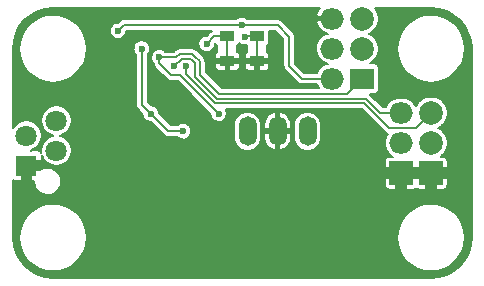
<source format=gbr>
G04 #@! TF.FileFunction,Copper,L2,Bot,Signal*
%FSLAX46Y46*%
G04 Gerber Fmt 4.6, Leading zero omitted, Abs format (unit mm)*
G04 Created by KiCad (PCBNEW (2015-08-26 BZR 6129, Git 2e41367)-product) date 9/23/2019 12:40:43 AM*
%MOMM*%
G01*
G04 APERTURE LIST*
%ADD10C,0.100000*%
%ADD11R,2.000000X1.800000*%
%ADD12O,2.000000X1.800000*%
%ADD13C,2.000000*%
%ADD14R,2.000000X2.000000*%
%ADD15O,1.500000X2.500000*%
%ADD16R,1.800000X1.800000*%
%ADD17C,1.800000*%
%ADD18R,1.300000X0.900000*%
%ADD19R,0.200000X1.210000*%
%ADD20C,0.600000*%
%ADD21C,1.000000*%
%ADD22C,0.200000*%
%ADD23C,0.199000*%
G04 APERTURE END LIST*
D10*
D11*
X10160000Y5460000D03*
D12*
X7620000Y5460000D03*
D13*
X10160000Y8000000D03*
D12*
X7620000Y8000000D03*
D13*
X10160000Y10540000D03*
D12*
X7620000Y10540000D03*
D14*
X16000000Y-2540000D03*
X13460000Y-2540000D03*
D13*
X16000000Y0D03*
D12*
X13460000Y0D03*
D13*
X16000000Y2540000D03*
D12*
X13460000Y2540000D03*
D15*
X460000Y1000000D03*
X3000000Y1000000D03*
X5540000Y1000000D03*
D16*
X-18270000Y-1905000D03*
D17*
X-15730000Y-635000D03*
X-18270000Y635000D03*
X-15730000Y1905000D03*
D18*
X1250000Y6950000D03*
X1250000Y9050000D03*
D19*
X1250000Y8000000D03*
D18*
X-1250000Y6950000D03*
X-1250000Y9050000D03*
D19*
X-1250000Y8000000D03*
D20*
X-6000000Y-7500000D03*
X-10000000Y-9700000D03*
X-11300000Y-10700000D03*
X-10500000Y5500000D03*
X0Y5000000D03*
X3250000Y-2000000D03*
X9000000Y0D03*
X7750000Y-2000000D03*
D21*
X10250000Y-6000000D03*
X8250000Y-6000000D03*
X10250000Y-9000000D03*
X8250000Y-9000000D03*
D20*
X-3000000Y-7500000D03*
X-4500000Y-6000000D03*
X-4500000Y-9000000D03*
X-4700000Y-2100000D03*
X-6400000Y100000D03*
X-7000000Y-800000D03*
X-1500000Y-8250000D03*
X-1500000Y-6750000D03*
X-7000000Y-4600000D03*
X-5200000Y-4600000D03*
X-4500000Y-7500000D03*
X-5250000Y-6750000D03*
X-3750000Y-6750000D03*
X-3750000Y-8250000D03*
X-5250000Y-8250000D03*
X-10500000Y9500000D03*
X0Y10000000D03*
X-5000000Y1000000D03*
X-8500000Y8000000D03*
X-7750000Y2500000D03*
X-4750000Y6500000D03*
X-5750000Y6500000D03*
X-2000000Y2500000D03*
X-7000000Y7250000D03*
X200000Y9000000D03*
X-3000000Y8400000D03*
D22*
X-3750000Y-6750000D02*
X-3750000Y-8250000D01*
X0Y10000000D02*
X-10000000Y10000000D01*
X0Y10000000D02*
X3000000Y10000000D01*
X-10000000Y10000000D02*
X-10500000Y9500000D01*
X3000000Y10000000D02*
X4000000Y9000000D01*
X4000000Y9000000D02*
X4000000Y6500000D01*
X5040000Y5460000D02*
X7620000Y5460000D01*
X4000000Y6500000D02*
X5040000Y5460000D01*
X-5000000Y1000000D02*
X-6250000Y1000000D01*
X-6250000Y1000000D02*
X-7750000Y2500000D01*
X-8500000Y8000000D02*
X-8500000Y3250000D01*
X-8500000Y3250000D02*
X-7750000Y2500000D01*
X8250000Y3349998D02*
X-2284310Y3349998D01*
X-2284310Y3349998D02*
X-4750000Y5815688D01*
X14730000Y1270000D02*
X12414312Y1270000D01*
X12414312Y1270000D02*
X10334314Y3349998D01*
X10334314Y3349998D02*
X8250000Y3349998D01*
X16000000Y2540000D02*
X14730000Y1270000D01*
X-4750000Y5815688D02*
X-4750000Y6500000D01*
X9000000Y3750000D02*
X-2118624Y3750000D01*
X-2118624Y3750000D02*
X-4000000Y5631376D01*
X-4000000Y5631376D02*
X-4000000Y6750000D01*
X-5125000Y7125000D02*
X-4375000Y7125000D01*
X-4375000Y7125000D02*
X-4250000Y7000000D01*
X-4250000Y7000000D02*
X-4000000Y6750000D01*
X11710000Y2540000D02*
X13460000Y2540000D01*
X10500000Y3750000D02*
X11710000Y2540000D01*
X9000000Y3750000D02*
X10500000Y3750000D01*
X-5750000Y6500000D02*
X-5125000Y7125000D01*
X-4209314Y7525002D02*
X-5290686Y7525002D01*
X-5565688Y7250000D02*
X-7000000Y7250000D01*
X-5290686Y7525002D02*
X-5565688Y7250000D01*
X-7000000Y7250000D02*
X-7000000Y6750000D01*
X-7000000Y6750000D02*
X-6000000Y5750000D01*
X-6000000Y5750000D02*
X-5250000Y5750000D01*
X-5250000Y5750000D02*
X-2000000Y2500000D01*
X-3599998Y5797062D02*
X-3599998Y6915686D01*
X-3599998Y6915686D02*
X-3967156Y7282844D01*
X4250000Y4150002D02*
X-1952938Y4150002D01*
X-1952938Y4150002D02*
X-3599998Y5797062D01*
X-3599998Y5797062D02*
X-3599998Y6915686D01*
X4250000Y4150002D02*
X-1584314Y4150002D01*
X-3967156Y7282844D02*
X-4209314Y7525002D01*
X10160000Y5460000D02*
X8850002Y4150002D01*
X8850002Y4150002D02*
X4250000Y4150002D01*
X4250000Y4150002D02*
X-1584314Y4150002D01*
X1250000Y8000000D02*
X1250000Y9050000D01*
X1250000Y9050000D02*
X250000Y9050000D01*
X250000Y9050000D02*
X200000Y9000000D01*
X-1250000Y8000000D02*
X-1250000Y9050000D01*
X-3000000Y8400000D02*
X-2350000Y9050000D01*
X-2350000Y9050000D02*
X-1250000Y9050000D01*
D23*
G36*
X6441365Y11261252D02*
X6321381Y11036962D01*
X6268679Y10890566D01*
X6329853Y10690500D01*
X7469500Y10690500D01*
X7469500Y10710500D01*
X7770500Y10710500D01*
X7770500Y10690500D01*
X7790500Y10690500D01*
X7790500Y10389500D01*
X7770500Y10389500D01*
X7770500Y10369500D01*
X7469500Y10369500D01*
X7469500Y10389500D01*
X6329853Y10389500D01*
X6268679Y10189434D01*
X6321381Y10043038D01*
X6441365Y9818748D01*
X6602800Y9622175D01*
X6799483Y9460874D01*
X7023855Y9341043D01*
X7251724Y9272005D01*
X7018027Y9201448D01*
X6794096Y9082381D01*
X6597556Y8922087D01*
X6435894Y8726671D01*
X6315267Y8503577D01*
X6240270Y8261301D01*
X6213760Y8009072D01*
X6236746Y7756498D01*
X6308353Y7513199D01*
X6425853Y7288442D01*
X6584771Y7090787D01*
X6779053Y6927765D01*
X7001300Y6805584D01*
X7242259Y6729147D01*
X7018027Y6661448D01*
X6794096Y6542381D01*
X6597556Y6382087D01*
X6435894Y6186671D01*
X6315267Y5963577D01*
X6314005Y5959500D01*
X5246900Y5959500D01*
X4499500Y6706900D01*
X4499500Y9000000D01*
X4494998Y9045912D01*
X4490976Y9091883D01*
X4490243Y9094404D01*
X4489987Y9097020D01*
X4476647Y9141205D01*
X4463779Y9185498D01*
X4462570Y9187830D01*
X4461811Y9190345D01*
X4440168Y9231049D01*
X4418917Y9272047D01*
X4417275Y9274104D01*
X4416044Y9276419D01*
X4386899Y9312154D01*
X4358097Y9348234D01*
X4354494Y9351888D01*
X4354431Y9351965D01*
X4354360Y9352024D01*
X4353200Y9353200D01*
X3353200Y10353200D01*
X3317519Y10382509D01*
X3282201Y10412144D01*
X3279902Y10413408D01*
X3277870Y10415077D01*
X3237171Y10436899D01*
X3196774Y10459108D01*
X3194272Y10459902D01*
X3191955Y10461144D01*
X3147843Y10474630D01*
X3103852Y10488585D01*
X3101238Y10488878D01*
X3098730Y10489645D01*
X3052841Y10494306D01*
X3006974Y10499451D01*
X3001842Y10499487D01*
X3001744Y10499497D01*
X3001653Y10499488D01*
X3000000Y10499500D01*
X489825Y10499500D01*
X448036Y10541582D01*
X334309Y10618292D01*
X207849Y10671451D01*
X73471Y10699035D01*
X-63704Y10699992D01*
X-198454Y10674287D01*
X-325644Y10622899D01*
X-440430Y10547785D01*
X-489737Y10499500D01*
X-10000000Y10499500D01*
X-10045912Y10494998D01*
X-10091883Y10490976D01*
X-10094404Y10490243D01*
X-10097020Y10489987D01*
X-10141205Y10476647D01*
X-10185498Y10463779D01*
X-10187829Y10462570D01*
X-10190345Y10461811D01*
X-10231089Y10440147D01*
X-10272047Y10418916D01*
X-10274100Y10417277D01*
X-10276419Y10416044D01*
X-10312182Y10386877D01*
X-10348234Y10358097D01*
X-10351888Y10354494D01*
X-10351965Y10354431D01*
X-10352024Y10354360D01*
X-10353200Y10353200D01*
X-10506805Y10199595D01*
X-10563704Y10199992D01*
X-10698454Y10174287D01*
X-10825644Y10122899D01*
X-10940430Y10047785D01*
X-11038441Y9951806D01*
X-11115943Y9838617D01*
X-11169983Y9712531D01*
X-11198505Y9578350D01*
X-11200420Y9441184D01*
X-11175656Y9306259D01*
X-11125157Y9178713D01*
X-11050846Y9063405D01*
X-10955554Y8964726D01*
X-10842909Y8886436D01*
X-10717203Y8831517D01*
X-10583224Y8802059D01*
X-10446075Y8799187D01*
X-10310980Y8823007D01*
X-10183085Y8872615D01*
X-10067261Y8946119D01*
X-9967920Y9040720D01*
X-9888845Y9152816D01*
X-9833049Y9278135D01*
X-9802657Y9411905D01*
X-9801538Y9492062D01*
X-9793100Y9500500D01*
X-2561618Y9500500D01*
X-2581089Y9490147D01*
X-2622047Y9468916D01*
X-2624100Y9467277D01*
X-2626419Y9466044D01*
X-2662182Y9436877D01*
X-2698234Y9408097D01*
X-2701888Y9404494D01*
X-2701965Y9404431D01*
X-2702024Y9404360D01*
X-2703200Y9403200D01*
X-3006805Y9099595D01*
X-3063704Y9099992D01*
X-3198454Y9074287D01*
X-3325644Y9022899D01*
X-3440430Y8947785D01*
X-3538441Y8851806D01*
X-3615943Y8738617D01*
X-3669983Y8612531D01*
X-3698505Y8478350D01*
X-3700420Y8341184D01*
X-3675656Y8206259D01*
X-3625157Y8078713D01*
X-3550846Y7963405D01*
X-3455554Y7864726D01*
X-3342909Y7786436D01*
X-3217203Y7731517D01*
X-3083224Y7702059D01*
X-2946075Y7699187D01*
X-2810980Y7723007D01*
X-2683085Y7772615D01*
X-2567261Y7846119D01*
X-2467920Y7940720D01*
X-2388845Y8052816D01*
X-2333049Y8178135D01*
X-2302657Y8311905D01*
X-2301538Y8392062D01*
X-2263459Y8430141D01*
X-2262944Y8428477D01*
X-2200789Y8334154D01*
X-2114818Y8260881D01*
X-2099500Y8253976D01*
X-2099500Y7747173D01*
X-2154667Y7710312D01*
X-2210312Y7654666D01*
X-2254032Y7589234D01*
X-2284148Y7516530D01*
X-2299500Y7439347D01*
X-2299500Y7200375D01*
X-2199625Y7100500D01*
X-1617169Y7100500D01*
X-1564818Y7055881D01*
X-1461837Y7009460D01*
X-1350000Y6993567D01*
X-1150000Y6993567D01*
X-1086381Y6998640D01*
X-978477Y7032056D01*
X-884154Y7094211D01*
X-878794Y7100500D01*
X-300375Y7100500D01*
X-200500Y7200375D01*
X-200500Y7439347D01*
X-215852Y7516530D01*
X-245968Y7589234D01*
X-289688Y7654666D01*
X-345333Y7710312D01*
X-400500Y7747173D01*
X-400500Y8255492D01*
X-334154Y8299211D01*
X-260881Y8385182D01*
X-232308Y8448569D01*
X-142909Y8386436D01*
X-17203Y8331517D01*
X116776Y8302059D01*
X253925Y8299187D01*
X325442Y8311797D01*
X385182Y8260881D01*
X400500Y8253976D01*
X400500Y7747173D01*
X345333Y7710312D01*
X289688Y7654666D01*
X245968Y7589234D01*
X215852Y7516530D01*
X200500Y7439347D01*
X200500Y7200375D01*
X300375Y7100500D01*
X882831Y7100500D01*
X935182Y7055881D01*
X1038163Y7009460D01*
X1150000Y6993567D01*
X1350000Y6993567D01*
X1413619Y6998640D01*
X1521523Y7032056D01*
X1615846Y7094211D01*
X1621206Y7100500D01*
X2199625Y7100500D01*
X2299500Y7200375D01*
X2299500Y7439347D01*
X2284148Y7516530D01*
X2254032Y7589234D01*
X2210312Y7654666D01*
X2154667Y7710312D01*
X2099500Y7747173D01*
X2099500Y8255492D01*
X2165846Y8299211D01*
X2239119Y8385182D01*
X2285540Y8488163D01*
X2301433Y8600000D01*
X2301433Y9500000D01*
X2301393Y9500500D01*
X2793100Y9500500D01*
X3500500Y8793100D01*
X3500500Y6500000D01*
X3505001Y6454096D01*
X3509024Y6408116D01*
X3509757Y6405594D01*
X3510013Y6402980D01*
X3523349Y6358807D01*
X3536221Y6314502D01*
X3537430Y6312171D01*
X3538189Y6309655D01*
X3559853Y6268911D01*
X3581084Y6227953D01*
X3582723Y6225900D01*
X3583956Y6223581D01*
X3613123Y6187818D01*
X3641903Y6151766D01*
X3645506Y6148112D01*
X3645569Y6148035D01*
X3645640Y6147976D01*
X3646800Y6146800D01*
X4686800Y5106800D01*
X4722481Y5077491D01*
X4757799Y5047856D01*
X4760098Y5046592D01*
X4762130Y5044923D01*
X4802848Y5023090D01*
X4843226Y5000892D01*
X4845726Y5000099D01*
X4848044Y4998856D01*
X4892171Y4985366D01*
X4936148Y4971415D01*
X4938762Y4971122D01*
X4941270Y4970355D01*
X4987159Y4965694D01*
X5033026Y4960549D01*
X5038158Y4960513D01*
X5038256Y4960503D01*
X5038347Y4960512D01*
X5040000Y4960500D01*
X6314992Y4960500D01*
X6425853Y4748442D01*
X6505402Y4649502D01*
X-1746038Y4649502D01*
X-3100498Y6003962D01*
X-3100498Y6699625D01*
X-2299500Y6699625D01*
X-2299500Y6460653D01*
X-2284148Y6383470D01*
X-2254032Y6310766D01*
X-2210312Y6245334D01*
X-2154667Y6189688D01*
X-2089234Y6145968D01*
X-2016530Y6115853D01*
X-1939348Y6100500D01*
X-1500375Y6100500D01*
X-1400500Y6200375D01*
X-1400500Y6799500D01*
X-1099500Y6799500D01*
X-1099500Y6200375D01*
X-999625Y6100500D01*
X-560652Y6100500D01*
X-483470Y6115853D01*
X-410766Y6145968D01*
X-345333Y6189688D01*
X-289688Y6245334D01*
X-245968Y6310766D01*
X-215852Y6383470D01*
X-200500Y6460653D01*
X-200500Y6699625D01*
X200500Y6699625D01*
X200500Y6460653D01*
X215852Y6383470D01*
X245968Y6310766D01*
X289688Y6245334D01*
X345333Y6189688D01*
X410766Y6145968D01*
X483470Y6115853D01*
X560652Y6100500D01*
X999625Y6100500D01*
X1099500Y6200375D01*
X1099500Y6799500D01*
X1400500Y6799500D01*
X1400500Y6200375D01*
X1500375Y6100500D01*
X1939348Y6100500D01*
X2016530Y6115853D01*
X2089234Y6145968D01*
X2154667Y6189688D01*
X2210312Y6245334D01*
X2254032Y6310766D01*
X2284148Y6383470D01*
X2299500Y6460653D01*
X2299500Y6699625D01*
X2199625Y6799500D01*
X1400500Y6799500D01*
X1099500Y6799500D01*
X300375Y6799500D01*
X200500Y6699625D01*
X-200500Y6699625D01*
X-300375Y6799500D01*
X-1099500Y6799500D01*
X-1400500Y6799500D01*
X-2199625Y6799500D01*
X-2299500Y6699625D01*
X-3100498Y6699625D01*
X-3100498Y6915686D01*
X-3105000Y6961598D01*
X-3109022Y7007569D01*
X-3109755Y7010090D01*
X-3110011Y7012706D01*
X-3123351Y7056891D01*
X-3136219Y7101184D01*
X-3137428Y7103515D01*
X-3138187Y7106031D01*
X-3159851Y7146775D01*
X-3181082Y7187733D01*
X-3182721Y7189786D01*
X-3183954Y7192105D01*
X-3213121Y7227868D01*
X-3241901Y7263920D01*
X-3245504Y7267574D01*
X-3245567Y7267651D01*
X-3245638Y7267710D01*
X-3246798Y7268886D01*
X-3856114Y7878202D01*
X-3891795Y7907511D01*
X-3927113Y7937146D01*
X-3929412Y7938410D01*
X-3931444Y7940079D01*
X-3972143Y7961901D01*
X-4012540Y7984110D01*
X-4015042Y7984904D01*
X-4017359Y7986146D01*
X-4061471Y7999632D01*
X-4105462Y8013587D01*
X-4108076Y8013880D01*
X-4110584Y8014647D01*
X-4156473Y8019308D01*
X-4202340Y8024453D01*
X-4207472Y8024489D01*
X-4207570Y8024499D01*
X-4207661Y8024490D01*
X-4209314Y8024502D01*
X-5290686Y8024502D01*
X-5336598Y8020000D01*
X-5382569Y8015978D01*
X-5385090Y8015245D01*
X-5387706Y8014989D01*
X-5431891Y8001649D01*
X-5476184Y7988781D01*
X-5478516Y7987572D01*
X-5481031Y7986813D01*
X-5521735Y7965170D01*
X-5562733Y7943919D01*
X-5564790Y7942277D01*
X-5567105Y7941046D01*
X-5602836Y7911905D01*
X-5638920Y7883099D01*
X-5642574Y7879496D01*
X-5642651Y7879433D01*
X-5642710Y7879362D01*
X-5643886Y7878202D01*
X-5772588Y7749500D01*
X-6510175Y7749500D01*
X-6551964Y7791582D01*
X-6665691Y7868292D01*
X-6792151Y7921451D01*
X-6926529Y7949035D01*
X-7063704Y7949992D01*
X-7198454Y7924287D01*
X-7325644Y7872899D01*
X-7440430Y7797785D01*
X-7538441Y7701806D01*
X-7615943Y7588617D01*
X-7669983Y7462531D01*
X-7698505Y7328350D01*
X-7700420Y7191184D01*
X-7675656Y7056259D01*
X-7625157Y6928713D01*
X-7550846Y6813405D01*
X-7499500Y6760234D01*
X-7499500Y6750000D01*
X-7494999Y6704096D01*
X-7490976Y6658116D01*
X-7490243Y6655594D01*
X-7489987Y6652980D01*
X-7476651Y6608807D01*
X-7463779Y6564502D01*
X-7462570Y6562171D01*
X-7461811Y6559655D01*
X-7440147Y6518911D01*
X-7418916Y6477953D01*
X-7417277Y6475900D01*
X-7416044Y6473581D01*
X-7386877Y6437818D01*
X-7358097Y6401766D01*
X-7354494Y6398112D01*
X-7354431Y6398035D01*
X-7354360Y6397976D01*
X-7353200Y6396800D01*
X-6353200Y5396800D01*
X-6317541Y5367509D01*
X-6282201Y5337856D01*
X-6279900Y5336591D01*
X-6277869Y5334923D01*
X-6237192Y5313112D01*
X-6196774Y5290892D01*
X-6194272Y5290098D01*
X-6191955Y5288856D01*
X-6147814Y5275361D01*
X-6103852Y5261415D01*
X-6101242Y5261122D01*
X-6098729Y5260354D01*
X-6052756Y5255684D01*
X-6006974Y5250549D01*
X-6001851Y5250513D01*
X-6001743Y5250502D01*
X-6001642Y5250512D01*
X-6000000Y5250500D01*
X-5456900Y5250500D01*
X-2699693Y2493293D01*
X-2700420Y2441184D01*
X-2675656Y2306259D01*
X-2625157Y2178713D01*
X-2550846Y2063405D01*
X-2455554Y1964726D01*
X-2342909Y1886436D01*
X-2217203Y1831517D01*
X-2083224Y1802059D01*
X-1946075Y1799187D01*
X-1810980Y1823007D01*
X-1683085Y1872615D01*
X-1567261Y1946119D01*
X-1467920Y2040720D01*
X-1388845Y2152816D01*
X-1333049Y2278135D01*
X-1302657Y2411905D01*
X-1300470Y2568590D01*
X-1327114Y2703156D01*
X-1379389Y2829985D01*
X-1393018Y2850498D01*
X10127414Y2850498D01*
X12061112Y916800D01*
X12096767Y887513D01*
X12132111Y857856D01*
X12134414Y856590D01*
X12136442Y854924D01*
X12177121Y833112D01*
X12217538Y810892D01*
X12220038Y810099D01*
X12222356Y808856D01*
X12266483Y795366D01*
X12310460Y781415D01*
X12313074Y781122D01*
X12315582Y780355D01*
X12319939Y779912D01*
X12275894Y726671D01*
X12155267Y503577D01*
X12080270Y261301D01*
X12053760Y9072D01*
X12076746Y-243502D01*
X12148353Y-486801D01*
X12265853Y-711558D01*
X12424771Y-909213D01*
X12619053Y-1072235D01*
X12743227Y-1140500D01*
X12420652Y-1140500D01*
X12343470Y-1155853D01*
X12270766Y-1185968D01*
X12205333Y-1229688D01*
X12149688Y-1285334D01*
X12105968Y-1350766D01*
X12075852Y-1423470D01*
X12060500Y-1500653D01*
X12060500Y-2039625D01*
X12160375Y-2139500D01*
X13059500Y-2139500D01*
X13059500Y-2119500D01*
X13860500Y-2119500D01*
X13860500Y-2139500D01*
X15599500Y-2139500D01*
X15599500Y-2119500D01*
X16400500Y-2119500D01*
X16400500Y-2139500D01*
X17299625Y-2139500D01*
X17399500Y-2039625D01*
X17399500Y-1500653D01*
X17384148Y-1423470D01*
X17354032Y-1350766D01*
X17310312Y-1285334D01*
X17254667Y-1229688D01*
X17189234Y-1185968D01*
X17116530Y-1155853D01*
X17039348Y-1140500D01*
X16814823Y-1140500D01*
X16865787Y-1108157D01*
X17064541Y-918887D01*
X17222746Y-694617D01*
X17334378Y-443888D01*
X17395183Y-176253D01*
X17399560Y137228D01*
X17346252Y406457D01*
X17241664Y660205D01*
X17089783Y888805D01*
X16896392Y1083551D01*
X16668857Y1237025D01*
X16593068Y1268884D01*
X16634056Y1284782D01*
X16865787Y1431843D01*
X17064541Y1621113D01*
X17222746Y1845383D01*
X17334378Y2096112D01*
X17395183Y2363747D01*
X17399560Y2677228D01*
X17346252Y2946457D01*
X17241664Y3200205D01*
X17089783Y3428805D01*
X16896392Y3623551D01*
X16668857Y3777025D01*
X16415846Y3883381D01*
X16146995Y3938568D01*
X15872546Y3940484D01*
X15602951Y3889056D01*
X15348480Y3786243D01*
X15118825Y3635961D01*
X14922733Y3443934D01*
X14767674Y3217477D01*
X14724557Y3116876D01*
X14654147Y3251558D01*
X14495229Y3449213D01*
X14300947Y3612235D01*
X14078700Y3734416D01*
X13836953Y3811103D01*
X13584916Y3839373D01*
X13566772Y3839500D01*
X13353228Y3839500D01*
X13100820Y3814751D01*
X12858027Y3741448D01*
X12634096Y3622381D01*
X12437556Y3462087D01*
X12275894Y3266671D01*
X12155267Y3043577D01*
X12154005Y3039500D01*
X11916900Y3039500D01*
X10853200Y4103200D01*
X10817519Y4132509D01*
X10786464Y4158567D01*
X11160000Y4158567D01*
X11223619Y4163640D01*
X11331523Y4197056D01*
X11425846Y4259211D01*
X11499119Y4345182D01*
X11545540Y4448163D01*
X11561433Y4560000D01*
X11561433Y6360000D01*
X11556360Y6423619D01*
X11522944Y6531523D01*
X11460789Y6625846D01*
X11374818Y6699119D01*
X11271837Y6745540D01*
X11160000Y6761433D01*
X10820294Y6761433D01*
X11025787Y6891843D01*
X11224541Y7081113D01*
X11382746Y7305383D01*
X11494378Y7556112D01*
X11555183Y7823747D01*
X11557083Y7959866D01*
X13125780Y7959866D01*
X13188315Y7402358D01*
X13357945Y6867614D01*
X13628211Y6376002D01*
X13988818Y5946248D01*
X14426030Y5594721D01*
X14923193Y5334810D01*
X15461372Y5176415D01*
X16020068Y5125570D01*
X16577998Y5184211D01*
X17113914Y5350104D01*
X17607400Y5616931D01*
X18039661Y5974529D01*
X18394232Y6409276D01*
X18657608Y6904613D01*
X18819756Y7441673D01*
X18874500Y8000000D01*
X18873379Y8080261D01*
X18803067Y8636841D01*
X18625986Y9169164D01*
X18348883Y9656955D01*
X17982311Y10081632D01*
X17540234Y10427021D01*
X17039490Y10679965D01*
X16499152Y10830830D01*
X15939801Y10873870D01*
X15382743Y10807444D01*
X14849197Y10634085D01*
X14359484Y10360393D01*
X13932258Y9996795D01*
X13583791Y9557140D01*
X13327357Y9058174D01*
X13172724Y8518902D01*
X13125780Y7959866D01*
X11557083Y7959866D01*
X11559560Y8137228D01*
X11506252Y8406457D01*
X11401664Y8660205D01*
X11249783Y8888805D01*
X11056392Y9083551D01*
X10828857Y9237025D01*
X10753068Y9268884D01*
X10794056Y9284782D01*
X11025787Y9431843D01*
X11224541Y9621113D01*
X11382746Y9845383D01*
X11494378Y10096112D01*
X11555183Y10363747D01*
X11559560Y10677228D01*
X11506252Y10946457D01*
X11401664Y11200205D01*
X11251979Y11425500D01*
X15976797Y11425500D01*
X16664907Y11358030D01*
X17304487Y11164930D01*
X17894385Y10851276D01*
X18412121Y10429020D01*
X18837983Y9914241D01*
X19155743Y9326555D01*
X19353305Y8688334D01*
X19425492Y8001529D01*
X19425500Y7999205D01*
X19425500Y-7976797D01*
X19358030Y-8664907D01*
X19164930Y-9304487D01*
X18851276Y-9894385D01*
X18429022Y-10412118D01*
X17914241Y-10837984D01*
X17326557Y-11155743D01*
X16688335Y-11353305D01*
X16001529Y-11425492D01*
X15999204Y-11425500D01*
X-15976797Y-11425500D01*
X-16664907Y-11358030D01*
X-17304487Y-11164930D01*
X-17894385Y-10851276D01*
X-18412118Y-10429022D01*
X-18837984Y-9914241D01*
X-19155743Y-9326557D01*
X-19353305Y-8688335D01*
X-19421434Y-8040134D01*
X-18874220Y-8040134D01*
X-18811685Y-8597642D01*
X-18642055Y-9132386D01*
X-18371789Y-9623998D01*
X-18011182Y-10053752D01*
X-17573970Y-10405279D01*
X-17076807Y-10665190D01*
X-16538628Y-10823585D01*
X-15979932Y-10874430D01*
X-15422002Y-10815789D01*
X-14886086Y-10649896D01*
X-14392600Y-10383069D01*
X-13960339Y-10025471D01*
X-13605768Y-9590724D01*
X-13342392Y-9095387D01*
X-13180244Y-8558327D01*
X-13129436Y-8040134D01*
X13125780Y-8040134D01*
X13188315Y-8597642D01*
X13357945Y-9132386D01*
X13628211Y-9623998D01*
X13988818Y-10053752D01*
X14426030Y-10405279D01*
X14923193Y-10665190D01*
X15461372Y-10823585D01*
X16020068Y-10874430D01*
X16577998Y-10815789D01*
X17113914Y-10649896D01*
X17607400Y-10383069D01*
X18039661Y-10025471D01*
X18394232Y-9590724D01*
X18657608Y-9095387D01*
X18819756Y-8558327D01*
X18874500Y-8000000D01*
X18873379Y-7919739D01*
X18803067Y-7363159D01*
X18625986Y-6830836D01*
X18348883Y-6343045D01*
X17982311Y-5918368D01*
X17540234Y-5572979D01*
X17039490Y-5320035D01*
X16499152Y-5169170D01*
X15939801Y-5126130D01*
X15382743Y-5192556D01*
X14849197Y-5365915D01*
X14359484Y-5639607D01*
X13932258Y-6003205D01*
X13583791Y-6442860D01*
X13327357Y-6941826D01*
X13172724Y-7481098D01*
X13125780Y-8040134D01*
X-13129436Y-8040134D01*
X-13125500Y-8000000D01*
X-13126621Y-7919739D01*
X-13196933Y-7363159D01*
X-13374014Y-6830836D01*
X-13651117Y-6343045D01*
X-14017689Y-5918368D01*
X-14459766Y-5572979D01*
X-14960510Y-5320035D01*
X-15500848Y-5169170D01*
X-16060199Y-5126130D01*
X-16617257Y-5192556D01*
X-17150803Y-5365915D01*
X-17640516Y-5639607D01*
X-18067742Y-6003205D01*
X-18416209Y-6442860D01*
X-18672643Y-6941826D01*
X-18827276Y-7481098D01*
X-18874220Y-8040134D01*
X-19421434Y-8040134D01*
X-19425492Y-8001529D01*
X-19425500Y-7999204D01*
X-19425500Y-3114479D01*
X-19424667Y-3115312D01*
X-19359234Y-3159032D01*
X-19286530Y-3189147D01*
X-19209348Y-3204500D01*
X-18770375Y-3204500D01*
X-18670500Y-3104625D01*
X-18670500Y-2305500D01*
X-17869500Y-2305500D01*
X-17869500Y-3104625D01*
X-17769625Y-3204500D01*
X-17618957Y-3204500D01*
X-17621011Y-3351653D01*
X-17580317Y-3573378D01*
X-17497331Y-3782976D01*
X-17375215Y-3972464D01*
X-17218619Y-4134624D01*
X-17033508Y-4263279D01*
X-16826934Y-4353529D01*
X-16606764Y-4401937D01*
X-16381385Y-4406658D01*
X-16159381Y-4367512D01*
X-15949208Y-4285992D01*
X-15758873Y-4165201D01*
X-15595624Y-4009741D01*
X-15465679Y-3825533D01*
X-15373989Y-3619594D01*
X-15324046Y-3399768D01*
X-15320451Y-3142286D01*
X-15340629Y-3040375D01*
X12060500Y-3040375D01*
X12060500Y-3579347D01*
X12075852Y-3656530D01*
X12105968Y-3729234D01*
X12149688Y-3794666D01*
X12205333Y-3850312D01*
X12270766Y-3894032D01*
X12343470Y-3924147D01*
X12420652Y-3939500D01*
X12959625Y-3939500D01*
X13059500Y-3839625D01*
X13059500Y-2940500D01*
X13860500Y-2940500D01*
X13860500Y-3839625D01*
X13960375Y-3939500D01*
X14499348Y-3939500D01*
X14576530Y-3924147D01*
X14649234Y-3894032D01*
X14714667Y-3850312D01*
X14730000Y-3834979D01*
X14745333Y-3850312D01*
X14810766Y-3894032D01*
X14883470Y-3924147D01*
X14960652Y-3939500D01*
X15499625Y-3939500D01*
X15599500Y-3839625D01*
X15599500Y-2940500D01*
X16400500Y-2940500D01*
X16400500Y-3839625D01*
X16500375Y-3939500D01*
X17039348Y-3939500D01*
X17116530Y-3924147D01*
X17189234Y-3894032D01*
X17254667Y-3850312D01*
X17310312Y-3794666D01*
X17354032Y-3729234D01*
X17384148Y-3656530D01*
X17399500Y-3579347D01*
X17399500Y-3040375D01*
X17299625Y-2940500D01*
X16400500Y-2940500D01*
X15599500Y-2940500D01*
X13860500Y-2940500D01*
X13059500Y-2940500D01*
X12160375Y-2940500D01*
X12060500Y-3040375D01*
X-15340629Y-3040375D01*
X-15364237Y-2921150D01*
X-15450141Y-2712731D01*
X-15574891Y-2524967D01*
X-15733736Y-2365009D01*
X-15920625Y-2238951D01*
X-16128439Y-2151594D01*
X-16349263Y-2106266D01*
X-16574686Y-2104692D01*
X-16796122Y-2146933D01*
X-17005136Y-2231380D01*
X-17118403Y-2305500D01*
X-17869500Y-2305500D01*
X-18670500Y-2305500D01*
X-18690500Y-2305500D01*
X-18690500Y-1504500D01*
X-18670500Y-1504500D01*
X-18670500Y-1484500D01*
X-17869500Y-1484500D01*
X-17869500Y-1504500D01*
X-17070375Y-1504500D01*
X-16970500Y-1404625D01*
X-16970500Y-1032062D01*
X-16891389Y-1231873D01*
X-16753338Y-1446087D01*
X-16576307Y-1629408D01*
X-16367041Y-1774851D01*
X-16133511Y-1876878D01*
X-15884610Y-1931602D01*
X-15629821Y-1936940D01*
X-15378848Y-1892686D01*
X-15141250Y-1800528D01*
X-14926077Y-1663975D01*
X-14741525Y-1488229D01*
X-14594624Y-1279983D01*
X-14490969Y-1047171D01*
X-14434509Y-798659D01*
X-14430444Y-507577D01*
X-14479944Y-257586D01*
X-14577058Y-21970D01*
X-14718087Y190296D01*
X-14897659Y371127D01*
X-15108936Y513635D01*
X-15343868Y612391D01*
X-15451548Y634495D01*
X-15378848Y647314D01*
X-15141250Y739472D01*
X-14926077Y876025D01*
X-14741525Y1051771D01*
X-14594624Y1260017D01*
X-14490969Y1492829D01*
X-14434509Y1741341D01*
X-14430444Y2032423D01*
X-14479944Y2282414D01*
X-14577058Y2518030D01*
X-14718087Y2730296D01*
X-14897659Y2911127D01*
X-15108936Y3053635D01*
X-15343868Y3152391D01*
X-15593508Y3203635D01*
X-15848347Y3205414D01*
X-16098678Y3157661D01*
X-16334966Y3062194D01*
X-16548212Y2922650D01*
X-16730292Y2744344D01*
X-16874271Y2534068D01*
X-16974665Y2299831D01*
X-17027650Y2050555D01*
X-17031208Y1795734D01*
X-16985204Y1545076D01*
X-16891389Y1308127D01*
X-16753338Y1093913D01*
X-16576307Y910592D01*
X-16367041Y765149D01*
X-16133511Y663122D01*
X-16006616Y635223D01*
X-16098678Y617661D01*
X-16334966Y522194D01*
X-16548212Y382650D01*
X-16730292Y204344D01*
X-16874271Y-5932D01*
X-16974665Y-240169D01*
X-17027650Y-489445D01*
X-17031208Y-744266D01*
X-17018887Y-811397D01*
X-17059688Y-750334D01*
X-17115333Y-694688D01*
X-17180766Y-650968D01*
X-17253470Y-620853D01*
X-17330652Y-605500D01*
X-17769625Y-605500D01*
X-17869498Y-705373D01*
X-17869498Y-605500D01*
X-17874540Y-605500D01*
X-17681250Y-530528D01*
X-17466077Y-393975D01*
X-17281525Y-218229D01*
X-17134624Y-9983D01*
X-17030969Y222829D01*
X-16974509Y471341D01*
X-16970444Y762423D01*
X-17019944Y1012414D01*
X-17117058Y1248030D01*
X-17258087Y1460296D01*
X-17437659Y1641127D01*
X-17648936Y1783635D01*
X-17883868Y1882391D01*
X-18133508Y1933635D01*
X-18388347Y1935414D01*
X-18638678Y1887661D01*
X-18874966Y1792194D01*
X-19088212Y1652650D01*
X-19270292Y1474344D01*
X-19414271Y1264068D01*
X-19425500Y1237869D01*
X-19425500Y7959866D01*
X-18874220Y7959866D01*
X-18811685Y7402358D01*
X-18642055Y6867614D01*
X-18371789Y6376002D01*
X-18011182Y5946248D01*
X-17573970Y5594721D01*
X-17076807Y5334810D01*
X-16538628Y5176415D01*
X-15979932Y5125570D01*
X-15422002Y5184211D01*
X-14886086Y5350104D01*
X-14392600Y5616931D01*
X-13960339Y5974529D01*
X-13605768Y6409276D01*
X-13342392Y6904613D01*
X-13180244Y7441673D01*
X-13131267Y7941184D01*
X-9200420Y7941184D01*
X-9175656Y7806259D01*
X-9125157Y7678713D01*
X-9050846Y7563405D01*
X-8999500Y7510234D01*
X-8999500Y3250000D01*
X-8994999Y3204096D01*
X-8990976Y3158116D01*
X-8990243Y3155594D01*
X-8989987Y3152980D01*
X-8976651Y3108807D01*
X-8963779Y3064502D01*
X-8962570Y3062171D01*
X-8961811Y3059655D01*
X-8940147Y3018911D01*
X-8918916Y2977953D01*
X-8917277Y2975900D01*
X-8916044Y2973581D01*
X-8886906Y2937854D01*
X-8858097Y2901766D01*
X-8854494Y2898112D01*
X-8854431Y2898035D01*
X-8854360Y2897976D01*
X-8853200Y2896800D01*
X-8449693Y2493293D01*
X-8450420Y2441184D01*
X-8425656Y2306259D01*
X-8375157Y2178713D01*
X-8300846Y2063405D01*
X-8205554Y1964726D01*
X-8092909Y1886436D01*
X-7967203Y1831517D01*
X-7833224Y1802059D01*
X-7756860Y1800460D01*
X-6603200Y646800D01*
X-6567545Y617513D01*
X-6532201Y587856D01*
X-6529898Y586590D01*
X-6527870Y584924D01*
X-6487191Y563112D01*
X-6446774Y540892D01*
X-6444274Y540099D01*
X-6441956Y538856D01*
X-6397829Y525366D01*
X-6353852Y511415D01*
X-6351238Y511122D01*
X-6348730Y510355D01*
X-6302841Y505694D01*
X-6256974Y500549D01*
X-6251842Y500513D01*
X-6251744Y500503D01*
X-6251653Y500512D01*
X-6250000Y500500D01*
X-5490100Y500500D01*
X-5455554Y464726D01*
X-5342909Y386436D01*
X-5217203Y331517D01*
X-5083224Y302059D01*
X-4946075Y299187D01*
X-4810980Y323007D01*
X-4683085Y372615D01*
X-4567261Y446119D01*
X-4467920Y540720D01*
X-4388845Y652816D01*
X-4333049Y778135D01*
X-4302657Y911905D01*
X-4300470Y1068590D01*
X-4327114Y1203156D01*
X-4379389Y1329985D01*
X-4455303Y1444244D01*
X-4518596Y1507981D01*
X-689500Y1507981D01*
X-689500Y492019D01*
X-667608Y268747D01*
X-602766Y53979D01*
X-497443Y-144105D01*
X-355652Y-317958D01*
X-182792Y-460960D01*
X14551Y-567663D01*
X228861Y-634003D01*
X451975Y-657453D01*
X675395Y-637120D01*
X890610Y-573779D01*
X1089424Y-469842D01*
X1264263Y-329267D01*
X1408468Y-157411D01*
X1516546Y39183D01*
X1584381Y253025D01*
X1609388Y475969D01*
X1609500Y492019D01*
X1609500Y849500D01*
X1850500Y849500D01*
X1850500Y349500D01*
X1901948Y128135D01*
X1995594Y-78939D01*
X2127839Y-263765D01*
X2293600Y-419240D01*
X2486508Y-539389D01*
X2673079Y-602031D01*
X2849500Y-538779D01*
X2849500Y849500D01*
X3150500Y849500D01*
X3150500Y-538779D01*
X3326921Y-602031D01*
X3513492Y-539389D01*
X3706400Y-419240D01*
X3872161Y-263765D01*
X4004406Y-78939D01*
X4098052Y128135D01*
X4149500Y349500D01*
X4149500Y849500D01*
X3150500Y849500D01*
X2849500Y849500D01*
X1850500Y849500D01*
X1609500Y849500D01*
X1609500Y1507981D01*
X1595526Y1650500D01*
X1850500Y1650500D01*
X1850500Y1150500D01*
X2849500Y1150500D01*
X2849500Y2538779D01*
X3150500Y2538779D01*
X3150500Y1150500D01*
X4149500Y1150500D01*
X4149500Y1507981D01*
X4390500Y1507981D01*
X4390500Y492019D01*
X4412392Y268747D01*
X4477234Y53979D01*
X4582557Y-144105D01*
X4724348Y-317958D01*
X4897208Y-460960D01*
X5094551Y-567663D01*
X5308861Y-634003D01*
X5531975Y-657453D01*
X5755395Y-637120D01*
X5970610Y-573779D01*
X6169424Y-469842D01*
X6344263Y-329267D01*
X6488468Y-157411D01*
X6596546Y39183D01*
X6664381Y253025D01*
X6689388Y475969D01*
X6689500Y492019D01*
X6689500Y1507981D01*
X6667608Y1731253D01*
X6602766Y1946021D01*
X6497443Y2144105D01*
X6355652Y2317958D01*
X6182792Y2460960D01*
X5985449Y2567663D01*
X5771139Y2634003D01*
X5548025Y2657453D01*
X5324605Y2637120D01*
X5109390Y2573779D01*
X4910576Y2469842D01*
X4735737Y2329267D01*
X4591532Y2157411D01*
X4483454Y1960817D01*
X4415619Y1746975D01*
X4390612Y1524031D01*
X4390500Y1507981D01*
X4149500Y1507981D01*
X4149500Y1650500D01*
X4098052Y1871865D01*
X4004406Y2078939D01*
X3872161Y2263765D01*
X3706400Y2419240D01*
X3513492Y2539389D01*
X3326921Y2602031D01*
X3150500Y2538779D01*
X2849500Y2538779D01*
X2673079Y2602031D01*
X2486508Y2539389D01*
X2293600Y2419240D01*
X2127839Y2263765D01*
X1995594Y2078939D01*
X1901948Y1871865D01*
X1850500Y1650500D01*
X1595526Y1650500D01*
X1587608Y1731253D01*
X1522766Y1946021D01*
X1417443Y2144105D01*
X1275652Y2317958D01*
X1102792Y2460960D01*
X905449Y2567663D01*
X691139Y2634003D01*
X468025Y2657453D01*
X244605Y2637120D01*
X29390Y2573779D01*
X-169424Y2469842D01*
X-344263Y2329267D01*
X-488468Y2157411D01*
X-596546Y1960817D01*
X-664381Y1746975D01*
X-689388Y1524031D01*
X-689500Y1507981D01*
X-4518596Y1507981D01*
X-4551964Y1541582D01*
X-4665691Y1618292D01*
X-4792151Y1671451D01*
X-4926529Y1699035D01*
X-5063704Y1699992D01*
X-5198454Y1674287D01*
X-5325644Y1622899D01*
X-5440430Y1547785D01*
X-5489737Y1499500D01*
X-6043100Y1499500D01*
X-7051320Y2507720D01*
X-7050470Y2568590D01*
X-7077114Y2703156D01*
X-7129389Y2829985D01*
X-7205303Y2944244D01*
X-7301964Y3041582D01*
X-7415691Y3118292D01*
X-7542151Y3171451D01*
X-7676529Y3199035D01*
X-7743099Y3199499D01*
X-8000500Y3456900D01*
X-8000500Y7509695D01*
X-7967920Y7540720D01*
X-7888845Y7652816D01*
X-7833049Y7778135D01*
X-7802657Y7911905D01*
X-7800470Y8068590D01*
X-7827114Y8203156D01*
X-7879389Y8329985D01*
X-7955303Y8444244D01*
X-8051964Y8541582D01*
X-8165691Y8618292D01*
X-8292151Y8671451D01*
X-8426529Y8699035D01*
X-8563704Y8699992D01*
X-8698454Y8674287D01*
X-8825644Y8622899D01*
X-8940430Y8547785D01*
X-9038441Y8451806D01*
X-9115943Y8338617D01*
X-9169983Y8212531D01*
X-9198505Y8078350D01*
X-9200420Y7941184D01*
X-13131267Y7941184D01*
X-13125500Y8000000D01*
X-13126621Y8080261D01*
X-13196933Y8636841D01*
X-13374014Y9169164D01*
X-13651117Y9656955D01*
X-14017689Y10081632D01*
X-14459766Y10427021D01*
X-14960510Y10679965D01*
X-15500848Y10830830D01*
X-16060199Y10873870D01*
X-16617257Y10807444D01*
X-17150803Y10634085D01*
X-17640516Y10360393D01*
X-18067742Y9996795D01*
X-18416209Y9557140D01*
X-18672643Y9058174D01*
X-18827276Y8518902D01*
X-18874220Y7959866D01*
X-19425500Y7959866D01*
X-19425500Y7976797D01*
X-19358030Y8664907D01*
X-19164930Y9304487D01*
X-18851276Y9894385D01*
X-18429020Y10412121D01*
X-17914241Y10837983D01*
X-17326555Y11155743D01*
X-16688334Y11353305D01*
X-16001529Y11425492D01*
X-15999205Y11425500D01*
X6576253Y11425500D01*
X6441365Y11261252D01*
X6441365Y11261252D01*
G37*
X6441365Y11261252D02*
X6321381Y11036962D01*
X6268679Y10890566D01*
X6329853Y10690500D01*
X7469500Y10690500D01*
X7469500Y10710500D01*
X7770500Y10710500D01*
X7770500Y10690500D01*
X7790500Y10690500D01*
X7790500Y10389500D01*
X7770500Y10389500D01*
X7770500Y10369500D01*
X7469500Y10369500D01*
X7469500Y10389500D01*
X6329853Y10389500D01*
X6268679Y10189434D01*
X6321381Y10043038D01*
X6441365Y9818748D01*
X6602800Y9622175D01*
X6799483Y9460874D01*
X7023855Y9341043D01*
X7251724Y9272005D01*
X7018027Y9201448D01*
X6794096Y9082381D01*
X6597556Y8922087D01*
X6435894Y8726671D01*
X6315267Y8503577D01*
X6240270Y8261301D01*
X6213760Y8009072D01*
X6236746Y7756498D01*
X6308353Y7513199D01*
X6425853Y7288442D01*
X6584771Y7090787D01*
X6779053Y6927765D01*
X7001300Y6805584D01*
X7242259Y6729147D01*
X7018027Y6661448D01*
X6794096Y6542381D01*
X6597556Y6382087D01*
X6435894Y6186671D01*
X6315267Y5963577D01*
X6314005Y5959500D01*
X5246900Y5959500D01*
X4499500Y6706900D01*
X4499500Y9000000D01*
X4494998Y9045912D01*
X4490976Y9091883D01*
X4490243Y9094404D01*
X4489987Y9097020D01*
X4476647Y9141205D01*
X4463779Y9185498D01*
X4462570Y9187830D01*
X4461811Y9190345D01*
X4440168Y9231049D01*
X4418917Y9272047D01*
X4417275Y9274104D01*
X4416044Y9276419D01*
X4386899Y9312154D01*
X4358097Y9348234D01*
X4354494Y9351888D01*
X4354431Y9351965D01*
X4354360Y9352024D01*
X4353200Y9353200D01*
X3353200Y10353200D01*
X3317519Y10382509D01*
X3282201Y10412144D01*
X3279902Y10413408D01*
X3277870Y10415077D01*
X3237171Y10436899D01*
X3196774Y10459108D01*
X3194272Y10459902D01*
X3191955Y10461144D01*
X3147843Y10474630D01*
X3103852Y10488585D01*
X3101238Y10488878D01*
X3098730Y10489645D01*
X3052841Y10494306D01*
X3006974Y10499451D01*
X3001842Y10499487D01*
X3001744Y10499497D01*
X3001653Y10499488D01*
X3000000Y10499500D01*
X489825Y10499500D01*
X448036Y10541582D01*
X334309Y10618292D01*
X207849Y10671451D01*
X73471Y10699035D01*
X-63704Y10699992D01*
X-198454Y10674287D01*
X-325644Y10622899D01*
X-440430Y10547785D01*
X-489737Y10499500D01*
X-10000000Y10499500D01*
X-10045912Y10494998D01*
X-10091883Y10490976D01*
X-10094404Y10490243D01*
X-10097020Y10489987D01*
X-10141205Y10476647D01*
X-10185498Y10463779D01*
X-10187829Y10462570D01*
X-10190345Y10461811D01*
X-10231089Y10440147D01*
X-10272047Y10418916D01*
X-10274100Y10417277D01*
X-10276419Y10416044D01*
X-10312182Y10386877D01*
X-10348234Y10358097D01*
X-10351888Y10354494D01*
X-10351965Y10354431D01*
X-10352024Y10354360D01*
X-10353200Y10353200D01*
X-10506805Y10199595D01*
X-10563704Y10199992D01*
X-10698454Y10174287D01*
X-10825644Y10122899D01*
X-10940430Y10047785D01*
X-11038441Y9951806D01*
X-11115943Y9838617D01*
X-11169983Y9712531D01*
X-11198505Y9578350D01*
X-11200420Y9441184D01*
X-11175656Y9306259D01*
X-11125157Y9178713D01*
X-11050846Y9063405D01*
X-10955554Y8964726D01*
X-10842909Y8886436D01*
X-10717203Y8831517D01*
X-10583224Y8802059D01*
X-10446075Y8799187D01*
X-10310980Y8823007D01*
X-10183085Y8872615D01*
X-10067261Y8946119D01*
X-9967920Y9040720D01*
X-9888845Y9152816D01*
X-9833049Y9278135D01*
X-9802657Y9411905D01*
X-9801538Y9492062D01*
X-9793100Y9500500D01*
X-2561618Y9500500D01*
X-2581089Y9490147D01*
X-2622047Y9468916D01*
X-2624100Y9467277D01*
X-2626419Y9466044D01*
X-2662182Y9436877D01*
X-2698234Y9408097D01*
X-2701888Y9404494D01*
X-2701965Y9404431D01*
X-2702024Y9404360D01*
X-2703200Y9403200D01*
X-3006805Y9099595D01*
X-3063704Y9099992D01*
X-3198454Y9074287D01*
X-3325644Y9022899D01*
X-3440430Y8947785D01*
X-3538441Y8851806D01*
X-3615943Y8738617D01*
X-3669983Y8612531D01*
X-3698505Y8478350D01*
X-3700420Y8341184D01*
X-3675656Y8206259D01*
X-3625157Y8078713D01*
X-3550846Y7963405D01*
X-3455554Y7864726D01*
X-3342909Y7786436D01*
X-3217203Y7731517D01*
X-3083224Y7702059D01*
X-2946075Y7699187D01*
X-2810980Y7723007D01*
X-2683085Y7772615D01*
X-2567261Y7846119D01*
X-2467920Y7940720D01*
X-2388845Y8052816D01*
X-2333049Y8178135D01*
X-2302657Y8311905D01*
X-2301538Y8392062D01*
X-2263459Y8430141D01*
X-2262944Y8428477D01*
X-2200789Y8334154D01*
X-2114818Y8260881D01*
X-2099500Y8253976D01*
X-2099500Y7747173D01*
X-2154667Y7710312D01*
X-2210312Y7654666D01*
X-2254032Y7589234D01*
X-2284148Y7516530D01*
X-2299500Y7439347D01*
X-2299500Y7200375D01*
X-2199625Y7100500D01*
X-1617169Y7100500D01*
X-1564818Y7055881D01*
X-1461837Y7009460D01*
X-1350000Y6993567D01*
X-1150000Y6993567D01*
X-1086381Y6998640D01*
X-978477Y7032056D01*
X-884154Y7094211D01*
X-878794Y7100500D01*
X-300375Y7100500D01*
X-200500Y7200375D01*
X-200500Y7439347D01*
X-215852Y7516530D01*
X-245968Y7589234D01*
X-289688Y7654666D01*
X-345333Y7710312D01*
X-400500Y7747173D01*
X-400500Y8255492D01*
X-334154Y8299211D01*
X-260881Y8385182D01*
X-232308Y8448569D01*
X-142909Y8386436D01*
X-17203Y8331517D01*
X116776Y8302059D01*
X253925Y8299187D01*
X325442Y8311797D01*
X385182Y8260881D01*
X400500Y8253976D01*
X400500Y7747173D01*
X345333Y7710312D01*
X289688Y7654666D01*
X245968Y7589234D01*
X215852Y7516530D01*
X200500Y7439347D01*
X200500Y7200375D01*
X300375Y7100500D01*
X882831Y7100500D01*
X935182Y7055881D01*
X1038163Y7009460D01*
X1150000Y6993567D01*
X1350000Y6993567D01*
X1413619Y6998640D01*
X1521523Y7032056D01*
X1615846Y7094211D01*
X1621206Y7100500D01*
X2199625Y7100500D01*
X2299500Y7200375D01*
X2299500Y7439347D01*
X2284148Y7516530D01*
X2254032Y7589234D01*
X2210312Y7654666D01*
X2154667Y7710312D01*
X2099500Y7747173D01*
X2099500Y8255492D01*
X2165846Y8299211D01*
X2239119Y8385182D01*
X2285540Y8488163D01*
X2301433Y8600000D01*
X2301433Y9500000D01*
X2301393Y9500500D01*
X2793100Y9500500D01*
X3500500Y8793100D01*
X3500500Y6500000D01*
X3505001Y6454096D01*
X3509024Y6408116D01*
X3509757Y6405594D01*
X3510013Y6402980D01*
X3523349Y6358807D01*
X3536221Y6314502D01*
X3537430Y6312171D01*
X3538189Y6309655D01*
X3559853Y6268911D01*
X3581084Y6227953D01*
X3582723Y6225900D01*
X3583956Y6223581D01*
X3613123Y6187818D01*
X3641903Y6151766D01*
X3645506Y6148112D01*
X3645569Y6148035D01*
X3645640Y6147976D01*
X3646800Y6146800D01*
X4686800Y5106800D01*
X4722481Y5077491D01*
X4757799Y5047856D01*
X4760098Y5046592D01*
X4762130Y5044923D01*
X4802848Y5023090D01*
X4843226Y5000892D01*
X4845726Y5000099D01*
X4848044Y4998856D01*
X4892171Y4985366D01*
X4936148Y4971415D01*
X4938762Y4971122D01*
X4941270Y4970355D01*
X4987159Y4965694D01*
X5033026Y4960549D01*
X5038158Y4960513D01*
X5038256Y4960503D01*
X5038347Y4960512D01*
X5040000Y4960500D01*
X6314992Y4960500D01*
X6425853Y4748442D01*
X6505402Y4649502D01*
X-1746038Y4649502D01*
X-3100498Y6003962D01*
X-3100498Y6699625D01*
X-2299500Y6699625D01*
X-2299500Y6460653D01*
X-2284148Y6383470D01*
X-2254032Y6310766D01*
X-2210312Y6245334D01*
X-2154667Y6189688D01*
X-2089234Y6145968D01*
X-2016530Y6115853D01*
X-1939348Y6100500D01*
X-1500375Y6100500D01*
X-1400500Y6200375D01*
X-1400500Y6799500D01*
X-1099500Y6799500D01*
X-1099500Y6200375D01*
X-999625Y6100500D01*
X-560652Y6100500D01*
X-483470Y6115853D01*
X-410766Y6145968D01*
X-345333Y6189688D01*
X-289688Y6245334D01*
X-245968Y6310766D01*
X-215852Y6383470D01*
X-200500Y6460653D01*
X-200500Y6699625D01*
X200500Y6699625D01*
X200500Y6460653D01*
X215852Y6383470D01*
X245968Y6310766D01*
X289688Y6245334D01*
X345333Y6189688D01*
X410766Y6145968D01*
X483470Y6115853D01*
X560652Y6100500D01*
X999625Y6100500D01*
X1099500Y6200375D01*
X1099500Y6799500D01*
X1400500Y6799500D01*
X1400500Y6200375D01*
X1500375Y6100500D01*
X1939348Y6100500D01*
X2016530Y6115853D01*
X2089234Y6145968D01*
X2154667Y6189688D01*
X2210312Y6245334D01*
X2254032Y6310766D01*
X2284148Y6383470D01*
X2299500Y6460653D01*
X2299500Y6699625D01*
X2199625Y6799500D01*
X1400500Y6799500D01*
X1099500Y6799500D01*
X300375Y6799500D01*
X200500Y6699625D01*
X-200500Y6699625D01*
X-300375Y6799500D01*
X-1099500Y6799500D01*
X-1400500Y6799500D01*
X-2199625Y6799500D01*
X-2299500Y6699625D01*
X-3100498Y6699625D01*
X-3100498Y6915686D01*
X-3105000Y6961598D01*
X-3109022Y7007569D01*
X-3109755Y7010090D01*
X-3110011Y7012706D01*
X-3123351Y7056891D01*
X-3136219Y7101184D01*
X-3137428Y7103515D01*
X-3138187Y7106031D01*
X-3159851Y7146775D01*
X-3181082Y7187733D01*
X-3182721Y7189786D01*
X-3183954Y7192105D01*
X-3213121Y7227868D01*
X-3241901Y7263920D01*
X-3245504Y7267574D01*
X-3245567Y7267651D01*
X-3245638Y7267710D01*
X-3246798Y7268886D01*
X-3856114Y7878202D01*
X-3891795Y7907511D01*
X-3927113Y7937146D01*
X-3929412Y7938410D01*
X-3931444Y7940079D01*
X-3972143Y7961901D01*
X-4012540Y7984110D01*
X-4015042Y7984904D01*
X-4017359Y7986146D01*
X-4061471Y7999632D01*
X-4105462Y8013587D01*
X-4108076Y8013880D01*
X-4110584Y8014647D01*
X-4156473Y8019308D01*
X-4202340Y8024453D01*
X-4207472Y8024489D01*
X-4207570Y8024499D01*
X-4207661Y8024490D01*
X-4209314Y8024502D01*
X-5290686Y8024502D01*
X-5336598Y8020000D01*
X-5382569Y8015978D01*
X-5385090Y8015245D01*
X-5387706Y8014989D01*
X-5431891Y8001649D01*
X-5476184Y7988781D01*
X-5478516Y7987572D01*
X-5481031Y7986813D01*
X-5521735Y7965170D01*
X-5562733Y7943919D01*
X-5564790Y7942277D01*
X-5567105Y7941046D01*
X-5602836Y7911905D01*
X-5638920Y7883099D01*
X-5642574Y7879496D01*
X-5642651Y7879433D01*
X-5642710Y7879362D01*
X-5643886Y7878202D01*
X-5772588Y7749500D01*
X-6510175Y7749500D01*
X-6551964Y7791582D01*
X-6665691Y7868292D01*
X-6792151Y7921451D01*
X-6926529Y7949035D01*
X-7063704Y7949992D01*
X-7198454Y7924287D01*
X-7325644Y7872899D01*
X-7440430Y7797785D01*
X-7538441Y7701806D01*
X-7615943Y7588617D01*
X-7669983Y7462531D01*
X-7698505Y7328350D01*
X-7700420Y7191184D01*
X-7675656Y7056259D01*
X-7625157Y6928713D01*
X-7550846Y6813405D01*
X-7499500Y6760234D01*
X-7499500Y6750000D01*
X-7494999Y6704096D01*
X-7490976Y6658116D01*
X-7490243Y6655594D01*
X-7489987Y6652980D01*
X-7476651Y6608807D01*
X-7463779Y6564502D01*
X-7462570Y6562171D01*
X-7461811Y6559655D01*
X-7440147Y6518911D01*
X-7418916Y6477953D01*
X-7417277Y6475900D01*
X-7416044Y6473581D01*
X-7386877Y6437818D01*
X-7358097Y6401766D01*
X-7354494Y6398112D01*
X-7354431Y6398035D01*
X-7354360Y6397976D01*
X-7353200Y6396800D01*
X-6353200Y5396800D01*
X-6317541Y5367509D01*
X-6282201Y5337856D01*
X-6279900Y5336591D01*
X-6277869Y5334923D01*
X-6237192Y5313112D01*
X-6196774Y5290892D01*
X-6194272Y5290098D01*
X-6191955Y5288856D01*
X-6147814Y5275361D01*
X-6103852Y5261415D01*
X-6101242Y5261122D01*
X-6098729Y5260354D01*
X-6052756Y5255684D01*
X-6006974Y5250549D01*
X-6001851Y5250513D01*
X-6001743Y5250502D01*
X-6001642Y5250512D01*
X-6000000Y5250500D01*
X-5456900Y5250500D01*
X-2699693Y2493293D01*
X-2700420Y2441184D01*
X-2675656Y2306259D01*
X-2625157Y2178713D01*
X-2550846Y2063405D01*
X-2455554Y1964726D01*
X-2342909Y1886436D01*
X-2217203Y1831517D01*
X-2083224Y1802059D01*
X-1946075Y1799187D01*
X-1810980Y1823007D01*
X-1683085Y1872615D01*
X-1567261Y1946119D01*
X-1467920Y2040720D01*
X-1388845Y2152816D01*
X-1333049Y2278135D01*
X-1302657Y2411905D01*
X-1300470Y2568590D01*
X-1327114Y2703156D01*
X-1379389Y2829985D01*
X-1393018Y2850498D01*
X10127414Y2850498D01*
X12061112Y916800D01*
X12096767Y887513D01*
X12132111Y857856D01*
X12134414Y856590D01*
X12136442Y854924D01*
X12177121Y833112D01*
X12217538Y810892D01*
X12220038Y810099D01*
X12222356Y808856D01*
X12266483Y795366D01*
X12310460Y781415D01*
X12313074Y781122D01*
X12315582Y780355D01*
X12319939Y779912D01*
X12275894Y726671D01*
X12155267Y503577D01*
X12080270Y261301D01*
X12053760Y9072D01*
X12076746Y-243502D01*
X12148353Y-486801D01*
X12265853Y-711558D01*
X12424771Y-909213D01*
X12619053Y-1072235D01*
X12743227Y-1140500D01*
X12420652Y-1140500D01*
X12343470Y-1155853D01*
X12270766Y-1185968D01*
X12205333Y-1229688D01*
X12149688Y-1285334D01*
X12105968Y-1350766D01*
X12075852Y-1423470D01*
X12060500Y-1500653D01*
X12060500Y-2039625D01*
X12160375Y-2139500D01*
X13059500Y-2139500D01*
X13059500Y-2119500D01*
X13860500Y-2119500D01*
X13860500Y-2139500D01*
X15599500Y-2139500D01*
X15599500Y-2119500D01*
X16400500Y-2119500D01*
X16400500Y-2139500D01*
X17299625Y-2139500D01*
X17399500Y-2039625D01*
X17399500Y-1500653D01*
X17384148Y-1423470D01*
X17354032Y-1350766D01*
X17310312Y-1285334D01*
X17254667Y-1229688D01*
X17189234Y-1185968D01*
X17116530Y-1155853D01*
X17039348Y-1140500D01*
X16814823Y-1140500D01*
X16865787Y-1108157D01*
X17064541Y-918887D01*
X17222746Y-694617D01*
X17334378Y-443888D01*
X17395183Y-176253D01*
X17399560Y137228D01*
X17346252Y406457D01*
X17241664Y660205D01*
X17089783Y888805D01*
X16896392Y1083551D01*
X16668857Y1237025D01*
X16593068Y1268884D01*
X16634056Y1284782D01*
X16865787Y1431843D01*
X17064541Y1621113D01*
X17222746Y1845383D01*
X17334378Y2096112D01*
X17395183Y2363747D01*
X17399560Y2677228D01*
X17346252Y2946457D01*
X17241664Y3200205D01*
X17089783Y3428805D01*
X16896392Y3623551D01*
X16668857Y3777025D01*
X16415846Y3883381D01*
X16146995Y3938568D01*
X15872546Y3940484D01*
X15602951Y3889056D01*
X15348480Y3786243D01*
X15118825Y3635961D01*
X14922733Y3443934D01*
X14767674Y3217477D01*
X14724557Y3116876D01*
X14654147Y3251558D01*
X14495229Y3449213D01*
X14300947Y3612235D01*
X14078700Y3734416D01*
X13836953Y3811103D01*
X13584916Y3839373D01*
X13566772Y3839500D01*
X13353228Y3839500D01*
X13100820Y3814751D01*
X12858027Y3741448D01*
X12634096Y3622381D01*
X12437556Y3462087D01*
X12275894Y3266671D01*
X12155267Y3043577D01*
X12154005Y3039500D01*
X11916900Y3039500D01*
X10853200Y4103200D01*
X10817519Y4132509D01*
X10786464Y4158567D01*
X11160000Y4158567D01*
X11223619Y4163640D01*
X11331523Y4197056D01*
X11425846Y4259211D01*
X11499119Y4345182D01*
X11545540Y4448163D01*
X11561433Y4560000D01*
X11561433Y6360000D01*
X11556360Y6423619D01*
X11522944Y6531523D01*
X11460789Y6625846D01*
X11374818Y6699119D01*
X11271837Y6745540D01*
X11160000Y6761433D01*
X10820294Y6761433D01*
X11025787Y6891843D01*
X11224541Y7081113D01*
X11382746Y7305383D01*
X11494378Y7556112D01*
X11555183Y7823747D01*
X11557083Y7959866D01*
X13125780Y7959866D01*
X13188315Y7402358D01*
X13357945Y6867614D01*
X13628211Y6376002D01*
X13988818Y5946248D01*
X14426030Y5594721D01*
X14923193Y5334810D01*
X15461372Y5176415D01*
X16020068Y5125570D01*
X16577998Y5184211D01*
X17113914Y5350104D01*
X17607400Y5616931D01*
X18039661Y5974529D01*
X18394232Y6409276D01*
X18657608Y6904613D01*
X18819756Y7441673D01*
X18874500Y8000000D01*
X18873379Y8080261D01*
X18803067Y8636841D01*
X18625986Y9169164D01*
X18348883Y9656955D01*
X17982311Y10081632D01*
X17540234Y10427021D01*
X17039490Y10679965D01*
X16499152Y10830830D01*
X15939801Y10873870D01*
X15382743Y10807444D01*
X14849197Y10634085D01*
X14359484Y10360393D01*
X13932258Y9996795D01*
X13583791Y9557140D01*
X13327357Y9058174D01*
X13172724Y8518902D01*
X13125780Y7959866D01*
X11557083Y7959866D01*
X11559560Y8137228D01*
X11506252Y8406457D01*
X11401664Y8660205D01*
X11249783Y8888805D01*
X11056392Y9083551D01*
X10828857Y9237025D01*
X10753068Y9268884D01*
X10794056Y9284782D01*
X11025787Y9431843D01*
X11224541Y9621113D01*
X11382746Y9845383D01*
X11494378Y10096112D01*
X11555183Y10363747D01*
X11559560Y10677228D01*
X11506252Y10946457D01*
X11401664Y11200205D01*
X11251979Y11425500D01*
X15976797Y11425500D01*
X16664907Y11358030D01*
X17304487Y11164930D01*
X17894385Y10851276D01*
X18412121Y10429020D01*
X18837983Y9914241D01*
X19155743Y9326555D01*
X19353305Y8688334D01*
X19425492Y8001529D01*
X19425500Y7999205D01*
X19425500Y-7976797D01*
X19358030Y-8664907D01*
X19164930Y-9304487D01*
X18851276Y-9894385D01*
X18429022Y-10412118D01*
X17914241Y-10837984D01*
X17326557Y-11155743D01*
X16688335Y-11353305D01*
X16001529Y-11425492D01*
X15999204Y-11425500D01*
X-15976797Y-11425500D01*
X-16664907Y-11358030D01*
X-17304487Y-11164930D01*
X-17894385Y-10851276D01*
X-18412118Y-10429022D01*
X-18837984Y-9914241D01*
X-19155743Y-9326557D01*
X-19353305Y-8688335D01*
X-19421434Y-8040134D01*
X-18874220Y-8040134D01*
X-18811685Y-8597642D01*
X-18642055Y-9132386D01*
X-18371789Y-9623998D01*
X-18011182Y-10053752D01*
X-17573970Y-10405279D01*
X-17076807Y-10665190D01*
X-16538628Y-10823585D01*
X-15979932Y-10874430D01*
X-15422002Y-10815789D01*
X-14886086Y-10649896D01*
X-14392600Y-10383069D01*
X-13960339Y-10025471D01*
X-13605768Y-9590724D01*
X-13342392Y-9095387D01*
X-13180244Y-8558327D01*
X-13129436Y-8040134D01*
X13125780Y-8040134D01*
X13188315Y-8597642D01*
X13357945Y-9132386D01*
X13628211Y-9623998D01*
X13988818Y-10053752D01*
X14426030Y-10405279D01*
X14923193Y-10665190D01*
X15461372Y-10823585D01*
X16020068Y-10874430D01*
X16577998Y-10815789D01*
X17113914Y-10649896D01*
X17607400Y-10383069D01*
X18039661Y-10025471D01*
X18394232Y-9590724D01*
X18657608Y-9095387D01*
X18819756Y-8558327D01*
X18874500Y-8000000D01*
X18873379Y-7919739D01*
X18803067Y-7363159D01*
X18625986Y-6830836D01*
X18348883Y-6343045D01*
X17982311Y-5918368D01*
X17540234Y-5572979D01*
X17039490Y-5320035D01*
X16499152Y-5169170D01*
X15939801Y-5126130D01*
X15382743Y-5192556D01*
X14849197Y-5365915D01*
X14359484Y-5639607D01*
X13932258Y-6003205D01*
X13583791Y-6442860D01*
X13327357Y-6941826D01*
X13172724Y-7481098D01*
X13125780Y-8040134D01*
X-13129436Y-8040134D01*
X-13125500Y-8000000D01*
X-13126621Y-7919739D01*
X-13196933Y-7363159D01*
X-13374014Y-6830836D01*
X-13651117Y-6343045D01*
X-14017689Y-5918368D01*
X-14459766Y-5572979D01*
X-14960510Y-5320035D01*
X-15500848Y-5169170D01*
X-16060199Y-5126130D01*
X-16617257Y-5192556D01*
X-17150803Y-5365915D01*
X-17640516Y-5639607D01*
X-18067742Y-6003205D01*
X-18416209Y-6442860D01*
X-18672643Y-6941826D01*
X-18827276Y-7481098D01*
X-18874220Y-8040134D01*
X-19421434Y-8040134D01*
X-19425492Y-8001529D01*
X-19425500Y-7999204D01*
X-19425500Y-3114479D01*
X-19424667Y-3115312D01*
X-19359234Y-3159032D01*
X-19286530Y-3189147D01*
X-19209348Y-3204500D01*
X-18770375Y-3204500D01*
X-18670500Y-3104625D01*
X-18670500Y-2305500D01*
X-17869500Y-2305500D01*
X-17869500Y-3104625D01*
X-17769625Y-3204500D01*
X-17618957Y-3204500D01*
X-17621011Y-3351653D01*
X-17580317Y-3573378D01*
X-17497331Y-3782976D01*
X-17375215Y-3972464D01*
X-17218619Y-4134624D01*
X-17033508Y-4263279D01*
X-16826934Y-4353529D01*
X-16606764Y-4401937D01*
X-16381385Y-4406658D01*
X-16159381Y-4367512D01*
X-15949208Y-4285992D01*
X-15758873Y-4165201D01*
X-15595624Y-4009741D01*
X-15465679Y-3825533D01*
X-15373989Y-3619594D01*
X-15324046Y-3399768D01*
X-15320451Y-3142286D01*
X-15340629Y-3040375D01*
X12060500Y-3040375D01*
X12060500Y-3579347D01*
X12075852Y-3656530D01*
X12105968Y-3729234D01*
X12149688Y-3794666D01*
X12205333Y-3850312D01*
X12270766Y-3894032D01*
X12343470Y-3924147D01*
X12420652Y-3939500D01*
X12959625Y-3939500D01*
X13059500Y-3839625D01*
X13059500Y-2940500D01*
X13860500Y-2940500D01*
X13860500Y-3839625D01*
X13960375Y-3939500D01*
X14499348Y-3939500D01*
X14576530Y-3924147D01*
X14649234Y-3894032D01*
X14714667Y-3850312D01*
X14730000Y-3834979D01*
X14745333Y-3850312D01*
X14810766Y-3894032D01*
X14883470Y-3924147D01*
X14960652Y-3939500D01*
X15499625Y-3939500D01*
X15599500Y-3839625D01*
X15599500Y-2940500D01*
X16400500Y-2940500D01*
X16400500Y-3839625D01*
X16500375Y-3939500D01*
X17039348Y-3939500D01*
X17116530Y-3924147D01*
X17189234Y-3894032D01*
X17254667Y-3850312D01*
X17310312Y-3794666D01*
X17354032Y-3729234D01*
X17384148Y-3656530D01*
X17399500Y-3579347D01*
X17399500Y-3040375D01*
X17299625Y-2940500D01*
X16400500Y-2940500D01*
X15599500Y-2940500D01*
X13860500Y-2940500D01*
X13059500Y-2940500D01*
X12160375Y-2940500D01*
X12060500Y-3040375D01*
X-15340629Y-3040375D01*
X-15364237Y-2921150D01*
X-15450141Y-2712731D01*
X-15574891Y-2524967D01*
X-15733736Y-2365009D01*
X-15920625Y-2238951D01*
X-16128439Y-2151594D01*
X-16349263Y-2106266D01*
X-16574686Y-2104692D01*
X-16796122Y-2146933D01*
X-17005136Y-2231380D01*
X-17118403Y-2305500D01*
X-17869500Y-2305500D01*
X-18670500Y-2305500D01*
X-18690500Y-2305500D01*
X-18690500Y-1504500D01*
X-18670500Y-1504500D01*
X-18670500Y-1484500D01*
X-17869500Y-1484500D01*
X-17869500Y-1504500D01*
X-17070375Y-1504500D01*
X-16970500Y-1404625D01*
X-16970500Y-1032062D01*
X-16891389Y-1231873D01*
X-16753338Y-1446087D01*
X-16576307Y-1629408D01*
X-16367041Y-1774851D01*
X-16133511Y-1876878D01*
X-15884610Y-1931602D01*
X-15629821Y-1936940D01*
X-15378848Y-1892686D01*
X-15141250Y-1800528D01*
X-14926077Y-1663975D01*
X-14741525Y-1488229D01*
X-14594624Y-1279983D01*
X-14490969Y-1047171D01*
X-14434509Y-798659D01*
X-14430444Y-507577D01*
X-14479944Y-257586D01*
X-14577058Y-21970D01*
X-14718087Y190296D01*
X-14897659Y371127D01*
X-15108936Y513635D01*
X-15343868Y612391D01*
X-15451548Y634495D01*
X-15378848Y647314D01*
X-15141250Y739472D01*
X-14926077Y876025D01*
X-14741525Y1051771D01*
X-14594624Y1260017D01*
X-14490969Y1492829D01*
X-14434509Y1741341D01*
X-14430444Y2032423D01*
X-14479944Y2282414D01*
X-14577058Y2518030D01*
X-14718087Y2730296D01*
X-14897659Y2911127D01*
X-15108936Y3053635D01*
X-15343868Y3152391D01*
X-15593508Y3203635D01*
X-15848347Y3205414D01*
X-16098678Y3157661D01*
X-16334966Y3062194D01*
X-16548212Y2922650D01*
X-16730292Y2744344D01*
X-16874271Y2534068D01*
X-16974665Y2299831D01*
X-17027650Y2050555D01*
X-17031208Y1795734D01*
X-16985204Y1545076D01*
X-16891389Y1308127D01*
X-16753338Y1093913D01*
X-16576307Y910592D01*
X-16367041Y765149D01*
X-16133511Y663122D01*
X-16006616Y635223D01*
X-16098678Y617661D01*
X-16334966Y522194D01*
X-16548212Y382650D01*
X-16730292Y204344D01*
X-16874271Y-5932D01*
X-16974665Y-240169D01*
X-17027650Y-489445D01*
X-17031208Y-744266D01*
X-17018887Y-811397D01*
X-17059688Y-750334D01*
X-17115333Y-694688D01*
X-17180766Y-650968D01*
X-17253470Y-620853D01*
X-17330652Y-605500D01*
X-17769625Y-605500D01*
X-17869498Y-705373D01*
X-17869498Y-605500D01*
X-17874540Y-605500D01*
X-17681250Y-530528D01*
X-17466077Y-393975D01*
X-17281525Y-218229D01*
X-17134624Y-9983D01*
X-17030969Y222829D01*
X-16974509Y471341D01*
X-16970444Y762423D01*
X-17019944Y1012414D01*
X-17117058Y1248030D01*
X-17258087Y1460296D01*
X-17437659Y1641127D01*
X-17648936Y1783635D01*
X-17883868Y1882391D01*
X-18133508Y1933635D01*
X-18388347Y1935414D01*
X-18638678Y1887661D01*
X-18874966Y1792194D01*
X-19088212Y1652650D01*
X-19270292Y1474344D01*
X-19414271Y1264068D01*
X-19425500Y1237869D01*
X-19425500Y7959866D01*
X-18874220Y7959866D01*
X-18811685Y7402358D01*
X-18642055Y6867614D01*
X-18371789Y6376002D01*
X-18011182Y5946248D01*
X-17573970Y5594721D01*
X-17076807Y5334810D01*
X-16538628Y5176415D01*
X-15979932Y5125570D01*
X-15422002Y5184211D01*
X-14886086Y5350104D01*
X-14392600Y5616931D01*
X-13960339Y5974529D01*
X-13605768Y6409276D01*
X-13342392Y6904613D01*
X-13180244Y7441673D01*
X-13131267Y7941184D01*
X-9200420Y7941184D01*
X-9175656Y7806259D01*
X-9125157Y7678713D01*
X-9050846Y7563405D01*
X-8999500Y7510234D01*
X-8999500Y3250000D01*
X-8994999Y3204096D01*
X-8990976Y3158116D01*
X-8990243Y3155594D01*
X-8989987Y3152980D01*
X-8976651Y3108807D01*
X-8963779Y3064502D01*
X-8962570Y3062171D01*
X-8961811Y3059655D01*
X-8940147Y3018911D01*
X-8918916Y2977953D01*
X-8917277Y2975900D01*
X-8916044Y2973581D01*
X-8886906Y2937854D01*
X-8858097Y2901766D01*
X-8854494Y2898112D01*
X-8854431Y2898035D01*
X-8854360Y2897976D01*
X-8853200Y2896800D01*
X-8449693Y2493293D01*
X-8450420Y2441184D01*
X-8425656Y2306259D01*
X-8375157Y2178713D01*
X-8300846Y2063405D01*
X-8205554Y1964726D01*
X-8092909Y1886436D01*
X-7967203Y1831517D01*
X-7833224Y1802059D01*
X-7756860Y1800460D01*
X-6603200Y646800D01*
X-6567545Y617513D01*
X-6532201Y587856D01*
X-6529898Y586590D01*
X-6527870Y584924D01*
X-6487191Y563112D01*
X-6446774Y540892D01*
X-6444274Y540099D01*
X-6441956Y538856D01*
X-6397829Y525366D01*
X-6353852Y511415D01*
X-6351238Y511122D01*
X-6348730Y510355D01*
X-6302841Y505694D01*
X-6256974Y500549D01*
X-6251842Y500513D01*
X-6251744Y500503D01*
X-6251653Y500512D01*
X-6250000Y500500D01*
X-5490100Y500500D01*
X-5455554Y464726D01*
X-5342909Y386436D01*
X-5217203Y331517D01*
X-5083224Y302059D01*
X-4946075Y299187D01*
X-4810980Y323007D01*
X-4683085Y372615D01*
X-4567261Y446119D01*
X-4467920Y540720D01*
X-4388845Y652816D01*
X-4333049Y778135D01*
X-4302657Y911905D01*
X-4300470Y1068590D01*
X-4327114Y1203156D01*
X-4379389Y1329985D01*
X-4455303Y1444244D01*
X-4518596Y1507981D01*
X-689500Y1507981D01*
X-689500Y492019D01*
X-667608Y268747D01*
X-602766Y53979D01*
X-497443Y-144105D01*
X-355652Y-317958D01*
X-182792Y-460960D01*
X14551Y-567663D01*
X228861Y-634003D01*
X451975Y-657453D01*
X675395Y-637120D01*
X890610Y-573779D01*
X1089424Y-469842D01*
X1264263Y-329267D01*
X1408468Y-157411D01*
X1516546Y39183D01*
X1584381Y253025D01*
X1609388Y475969D01*
X1609500Y492019D01*
X1609500Y849500D01*
X1850500Y849500D01*
X1850500Y349500D01*
X1901948Y128135D01*
X1995594Y-78939D01*
X2127839Y-263765D01*
X2293600Y-419240D01*
X2486508Y-539389D01*
X2673079Y-602031D01*
X2849500Y-538779D01*
X2849500Y849500D01*
X3150500Y849500D01*
X3150500Y-538779D01*
X3326921Y-602031D01*
X3513492Y-539389D01*
X3706400Y-419240D01*
X3872161Y-263765D01*
X4004406Y-78939D01*
X4098052Y128135D01*
X4149500Y349500D01*
X4149500Y849500D01*
X3150500Y849500D01*
X2849500Y849500D01*
X1850500Y849500D01*
X1609500Y849500D01*
X1609500Y1507981D01*
X1595526Y1650500D01*
X1850500Y1650500D01*
X1850500Y1150500D01*
X2849500Y1150500D01*
X2849500Y2538779D01*
X3150500Y2538779D01*
X3150500Y1150500D01*
X4149500Y1150500D01*
X4149500Y1507981D01*
X4390500Y1507981D01*
X4390500Y492019D01*
X4412392Y268747D01*
X4477234Y53979D01*
X4582557Y-144105D01*
X4724348Y-317958D01*
X4897208Y-460960D01*
X5094551Y-567663D01*
X5308861Y-634003D01*
X5531975Y-657453D01*
X5755395Y-637120D01*
X5970610Y-573779D01*
X6169424Y-469842D01*
X6344263Y-329267D01*
X6488468Y-157411D01*
X6596546Y39183D01*
X6664381Y253025D01*
X6689388Y475969D01*
X6689500Y492019D01*
X6689500Y1507981D01*
X6667608Y1731253D01*
X6602766Y1946021D01*
X6497443Y2144105D01*
X6355652Y2317958D01*
X6182792Y2460960D01*
X5985449Y2567663D01*
X5771139Y2634003D01*
X5548025Y2657453D01*
X5324605Y2637120D01*
X5109390Y2573779D01*
X4910576Y2469842D01*
X4735737Y2329267D01*
X4591532Y2157411D01*
X4483454Y1960817D01*
X4415619Y1746975D01*
X4390612Y1524031D01*
X4390500Y1507981D01*
X4149500Y1507981D01*
X4149500Y1650500D01*
X4098052Y1871865D01*
X4004406Y2078939D01*
X3872161Y2263765D01*
X3706400Y2419240D01*
X3513492Y2539389D01*
X3326921Y2602031D01*
X3150500Y2538779D01*
X2849500Y2538779D01*
X2673079Y2602031D01*
X2486508Y2539389D01*
X2293600Y2419240D01*
X2127839Y2263765D01*
X1995594Y2078939D01*
X1901948Y1871865D01*
X1850500Y1650500D01*
X1595526Y1650500D01*
X1587608Y1731253D01*
X1522766Y1946021D01*
X1417443Y2144105D01*
X1275652Y2317958D01*
X1102792Y2460960D01*
X905449Y2567663D01*
X691139Y2634003D01*
X468025Y2657453D01*
X244605Y2637120D01*
X29390Y2573779D01*
X-169424Y2469842D01*
X-344263Y2329267D01*
X-488468Y2157411D01*
X-596546Y1960817D01*
X-664381Y1746975D01*
X-689388Y1524031D01*
X-689500Y1507981D01*
X-4518596Y1507981D01*
X-4551964Y1541582D01*
X-4665691Y1618292D01*
X-4792151Y1671451D01*
X-4926529Y1699035D01*
X-5063704Y1699992D01*
X-5198454Y1674287D01*
X-5325644Y1622899D01*
X-5440430Y1547785D01*
X-5489737Y1499500D01*
X-6043100Y1499500D01*
X-7051320Y2507720D01*
X-7050470Y2568590D01*
X-7077114Y2703156D01*
X-7129389Y2829985D01*
X-7205303Y2944244D01*
X-7301964Y3041582D01*
X-7415691Y3118292D01*
X-7542151Y3171451D01*
X-7676529Y3199035D01*
X-7743099Y3199499D01*
X-8000500Y3456900D01*
X-8000500Y7509695D01*
X-7967920Y7540720D01*
X-7888845Y7652816D01*
X-7833049Y7778135D01*
X-7802657Y7911905D01*
X-7800470Y8068590D01*
X-7827114Y8203156D01*
X-7879389Y8329985D01*
X-7955303Y8444244D01*
X-8051964Y8541582D01*
X-8165691Y8618292D01*
X-8292151Y8671451D01*
X-8426529Y8699035D01*
X-8563704Y8699992D01*
X-8698454Y8674287D01*
X-8825644Y8622899D01*
X-8940430Y8547785D01*
X-9038441Y8451806D01*
X-9115943Y8338617D01*
X-9169983Y8212531D01*
X-9198505Y8078350D01*
X-9200420Y7941184D01*
X-13131267Y7941184D01*
X-13125500Y8000000D01*
X-13126621Y8080261D01*
X-13196933Y8636841D01*
X-13374014Y9169164D01*
X-13651117Y9656955D01*
X-14017689Y10081632D01*
X-14459766Y10427021D01*
X-14960510Y10679965D01*
X-15500848Y10830830D01*
X-16060199Y10873870D01*
X-16617257Y10807444D01*
X-17150803Y10634085D01*
X-17640516Y10360393D01*
X-18067742Y9996795D01*
X-18416209Y9557140D01*
X-18672643Y9058174D01*
X-18827276Y8518902D01*
X-18874220Y7959866D01*
X-19425500Y7959866D01*
X-19425500Y7976797D01*
X-19358030Y8664907D01*
X-19164930Y9304487D01*
X-18851276Y9894385D01*
X-18429020Y10412121D01*
X-17914241Y10837983D01*
X-17326555Y11155743D01*
X-16688334Y11353305D01*
X-16001529Y11425492D01*
X-15999205Y11425500D01*
X6576253Y11425500D01*
X6441365Y11261252D01*
M02*

</source>
